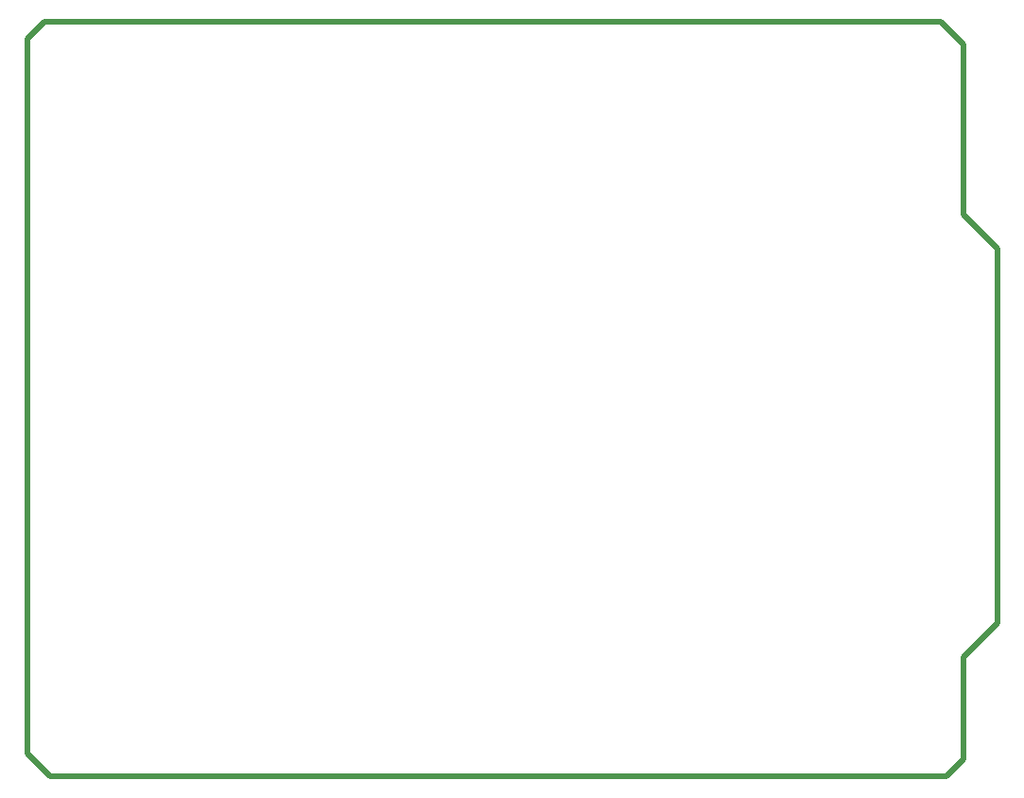
<source format=gko>
G04*
G04 #@! TF.GenerationSoftware,Altium Limited,Altium Designer,22.1.2 (22)*
G04*
G04 Layer_Color=16711935*
%FSLAX25Y25*%
%MOIN*%
G70*
G04*
G04 #@! TF.SameCoordinates,DE848DBD-6215-49A0-A964-8366D708164F*
G04*
G04*
G04 #@! TF.FilePolarity,Positive*
G04*
G01*
G75*
%ADD11C,0.02000*%
D11*
X342000Y54000D02*
Y186000D01*
X322000Y266000D02*
X330000Y258000D01*
X330000Y6000D02*
Y42000D01*
Y198000D02*
X342000Y186000D01*
X324000Y0D02*
X330000Y6000D01*
Y198000D02*
X330000Y258000D01*
X330000Y42000D02*
X342000Y54000D01*
X-0Y8000D02*
X0Y260000D01*
X6000Y266000D01*
X322000Y266000D01*
X-0Y8000D02*
X8000Y-0D01*
X324000Y0D01*
M02*

</source>
